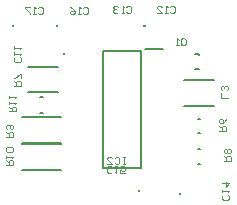
<source format=gbo>
G04*
G04 #@! TF.GenerationSoftware,Altium Limited,Altium Designer,23.3.1 (30)*
G04*
G04 Layer_Color=32896*
%FSLAX25Y25*%
%MOIN*%
G70*
G04*
G04 #@! TF.SameCoordinates,DDE6331C-4F95-4F18-AA14-E53DA5D8DD09*
G04*
G04*
G04 #@! TF.FilePolarity,Positive*
G04*
G01*
G75*
%ADD11C,0.00787*%
%ADD12C,0.00787*%
%ADD14C,0.00394*%
D11*
X268177Y278756D02*
X274181D01*
X266799Y239012D02*
Y277988D01*
X254201Y239012D02*
X266799D01*
X254201D02*
Y277988D01*
X266799D01*
X226992Y247047D02*
X240008D01*
X226992Y255953D02*
X240008D01*
X233008Y257244D02*
X233992D01*
X233008Y262756D02*
X233992D01*
X229066Y264268D02*
X238933D01*
X229066Y272732D02*
X238933D01*
X286173Y271941D02*
Y272138D01*
Y276862D02*
Y277059D01*
X284882D02*
X286173D01*
X284882Y271941D02*
X286173D01*
X226992Y238547D02*
X240008D01*
X226992Y247453D02*
X240008D01*
X285606Y245461D02*
X286394D01*
X285606Y240539D02*
X286394D01*
X285606Y250736D02*
X286394D01*
X285606Y255264D02*
X286394D01*
X281066Y259571D02*
X290933D01*
X281066Y268429D02*
X290933D01*
D12*
X224197Y286500D02*
D03*
X238697D02*
D03*
X268197D02*
D03*
X267697D02*
D03*
X266087Y231500D02*
D03*
X241087Y277000D02*
D03*
X279807Y230500D02*
D03*
D14*
X232378Y292287D02*
X232771Y292681D01*
X233558D01*
X233952Y292287D01*
Y290713D01*
X233558Y290319D01*
X232771D01*
X232378Y290713D01*
X231590Y290319D02*
X230803D01*
X231197D01*
Y292681D01*
X231590Y292287D01*
X229623Y292681D02*
X228048D01*
Y292287D01*
X229623Y290713D01*
Y290319D01*
X261452Y242681D02*
X260665D01*
X261058D01*
Y240319D01*
X261452D01*
X260665D01*
X257910Y242287D02*
X258303Y242681D01*
X259090D01*
X259484Y242287D01*
Y240713D01*
X259090Y240319D01*
X258303D01*
X257910Y240713D01*
X255548Y240319D02*
X257122D01*
X255548Y241894D01*
Y242287D01*
X255942Y242681D01*
X256729D01*
X257122Y242287D01*
X222819Y257942D02*
X225181D01*
Y259122D01*
X224787Y259516D01*
X224000D01*
X223606Y259122D01*
Y257942D01*
Y258729D02*
X222819Y259516D01*
Y260303D02*
Y261090D01*
Y260697D01*
X225181D01*
X224787Y260303D01*
X222819Y262271D02*
Y263058D01*
Y262665D01*
X225181D01*
X224787Y262271D01*
X221819Y240048D02*
X224181D01*
Y241229D01*
X223787Y241622D01*
X223000D01*
X222606Y241229D01*
Y240048D01*
Y240835D02*
X221819Y241622D01*
Y242410D02*
Y243197D01*
Y242803D01*
X224181D01*
X223787Y242410D01*
Y244377D02*
X224181Y244771D01*
Y245558D01*
X223787Y245952D01*
X222213D01*
X221819Y245558D01*
Y244771D01*
X222213Y244377D01*
X223787D01*
X221819Y249532D02*
X224181D01*
Y250713D01*
X223787Y251106D01*
X223000D01*
X222606Y250713D01*
Y249532D01*
Y250319D02*
X221819Y251106D01*
X222213Y251894D02*
X221819Y252287D01*
Y253074D01*
X222213Y253468D01*
X223787D01*
X224181Y253074D01*
Y252287D01*
X223787Y251894D01*
X223394D01*
X223000Y252287D01*
Y253468D01*
X294319Y241532D02*
X296681D01*
Y242713D01*
X296287Y243106D01*
X295500D01*
X295106Y242713D01*
Y241532D01*
Y242319D02*
X294319Y243106D01*
X296287Y243894D02*
X296681Y244287D01*
Y245074D01*
X296287Y245468D01*
X295894D01*
X295500Y245074D01*
X295106Y245468D01*
X294713D01*
X294319Y245074D01*
Y244287D01*
X294713Y243894D01*
X295106D01*
X295500Y244287D01*
X295894Y243894D01*
X296287D01*
X295500Y244287D02*
Y245074D01*
X224319Y266532D02*
X226681D01*
Y267713D01*
X226287Y268106D01*
X225500D01*
X225106Y267713D01*
Y266532D01*
Y267319D02*
X224319Y268106D01*
X226681Y268894D02*
Y270468D01*
X226287D01*
X224713Y268894D01*
X224319D01*
X292819Y251532D02*
X295181D01*
Y252713D01*
X294787Y253106D01*
X294000D01*
X293606Y252713D01*
Y251532D01*
Y252319D02*
X292819Y253106D01*
X295181Y255468D02*
X294787Y254681D01*
X294000Y253894D01*
X293213D01*
X292819Y254287D01*
Y255074D01*
X293213Y255468D01*
X293606D01*
X294000Y255074D01*
Y253894D01*
X280026Y280294D02*
Y281868D01*
X280419Y282261D01*
X281206D01*
X281600Y281868D01*
Y280294D01*
X281206Y279900D01*
X280419D01*
X280813Y280687D02*
X280026Y279900D01*
X280419D02*
X280026Y280294D01*
X279239Y279900D02*
X278451D01*
X278845D01*
Y282261D01*
X279239Y281868D01*
X295681Y262532D02*
X293319D01*
Y264106D01*
X295287Y264894D02*
X295681Y265287D01*
Y266074D01*
X295287Y266468D01*
X294894D01*
X294500Y266074D01*
Y265681D01*
Y266074D01*
X294106Y266468D01*
X293713D01*
X293319Y266074D01*
Y265287D01*
X293713Y264894D01*
X247377Y292287D02*
X247771Y292681D01*
X248558D01*
X248952Y292287D01*
Y290713D01*
X248558Y290319D01*
X247771D01*
X247377Y290713D01*
X246590Y290319D02*
X245803D01*
X246197D01*
Y292681D01*
X246590Y292287D01*
X243048Y292681D02*
X243835Y292287D01*
X244622Y291500D01*
Y290713D01*
X244229Y290319D01*
X243442D01*
X243048Y290713D01*
Y291106D01*
X243442Y291500D01*
X244622D01*
X257122Y237713D02*
X256729Y237319D01*
X255942D01*
X255548Y237713D01*
Y239287D01*
X255942Y239681D01*
X256729D01*
X257122Y239287D01*
X257910Y239681D02*
X258697D01*
X258303D01*
Y237319D01*
X257910Y237713D01*
X261452Y237319D02*
X259877D01*
Y238500D01*
X260665Y238106D01*
X261058D01*
X261452Y238500D01*
Y239287D01*
X261058Y239681D01*
X260271D01*
X259877Y239287D01*
X295787Y230122D02*
X296181Y229729D01*
Y228942D01*
X295787Y228548D01*
X294213D01*
X293819Y228942D01*
Y229729D01*
X294213Y230122D01*
X293819Y230910D02*
Y231697D01*
Y231303D01*
X296181D01*
X295787Y230910D01*
X293819Y234058D02*
X296181D01*
X295000Y232877D01*
Y234452D01*
X261877Y292787D02*
X262271Y293181D01*
X263058D01*
X263452Y292787D01*
Y291213D01*
X263058Y290819D01*
X262271D01*
X261877Y291213D01*
X261090Y290819D02*
X260303D01*
X260697D01*
Y293181D01*
X261090Y292787D01*
X259122D02*
X258729Y293181D01*
X257942D01*
X257548Y292787D01*
Y292394D01*
X257942Y292000D01*
X258335D01*
X257942D01*
X257548Y291606D01*
Y291213D01*
X257942Y290819D01*
X258729D01*
X259122Y291213D01*
X276378Y292787D02*
X276771Y293181D01*
X277558D01*
X277952Y292787D01*
Y291213D01*
X277558Y290819D01*
X276771D01*
X276378Y291213D01*
X275590Y290819D02*
X274803D01*
X275197D01*
Y293181D01*
X275590Y292787D01*
X272048Y290819D02*
X273622D01*
X272048Y292394D01*
Y292787D01*
X272442Y293181D01*
X273229D01*
X273622Y292787D01*
X226287Y276016D02*
X226681Y275623D01*
Y274835D01*
X226287Y274442D01*
X224713D01*
X224319Y274835D01*
Y275623D01*
X224713Y276016D01*
X224319Y276803D02*
Y277590D01*
Y277197D01*
X226681D01*
X226287Y276803D01*
X224319Y278771D02*
Y279558D01*
Y279165D01*
X226681D01*
X226287Y278771D01*
M02*

</source>
